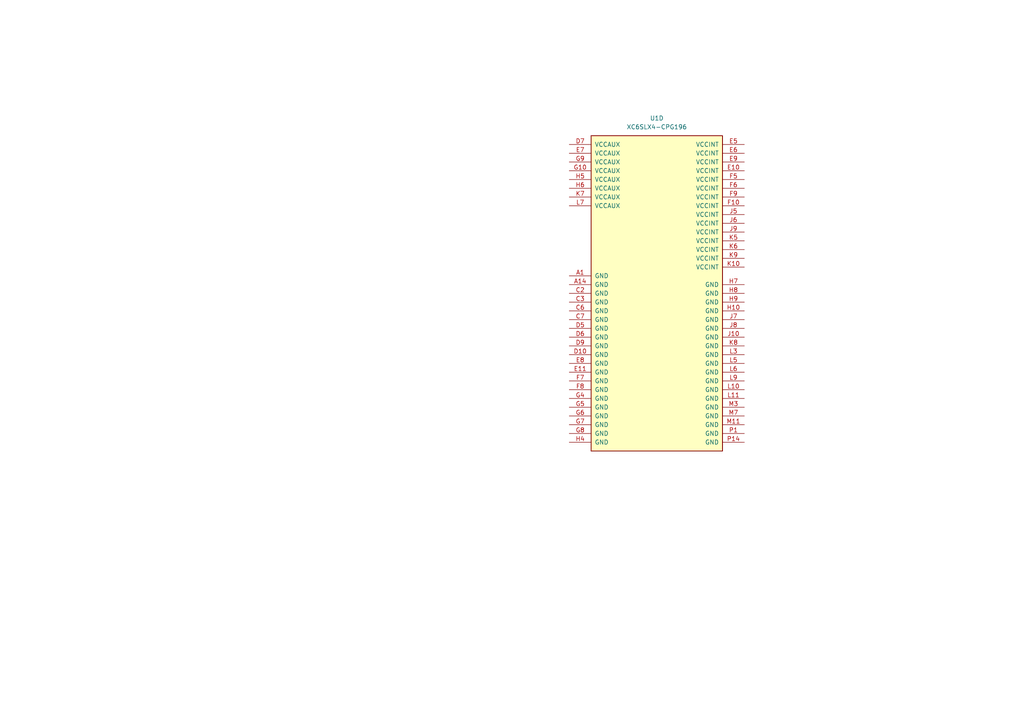
<source format=kicad_sch>
(kicad_sch (version 20230121) (generator eeschema)
  (paper "A4")
  (lib_symbols
    (symbol "FPGA_Xilinx_Spartan6:XC6SLX4-CPG196" (pin_names (offset 1.016))
      (property "Reference" "U" (at 0 1.27 0))
      (property "Value" "XC6SLX4-CPG196" (at 0 -1.27 0))
      (symbol "XC6SLX4-CPG196_1_1"
        (rectangle (start -44.45 36.83) (end 44.45 -43.18) (stroke (width 0.254)) (fill (type background)))
        (pin bidirectional line (at -50.8 -25.4 0) (length 6.35) (name "IO_L63N_SCP6_0") (number "A10"))
        (pin bidirectional line (at -50.8 -30.48 0) (length 6.35) (name "IO_L64N_SCP4_0") (number "A11"))
        (pin bidirectional line (at -50.8 -35.56 0) (length 6.35) (name "IO_L65N_SCP2_0") (number "A12"))
        (pin bidirectional line (at -50.8 20.32 0) (length 6.35) (name "IO_L1N_VREF_0") (number "A2"))
        (pin bidirectional line (at -50.8 15.24 0) (length 6.35) (name "IO_L2N_0") (number "A3"))
        (pin bidirectional line (at -50.8 10.16 0) (length 6.35) (name "IO_L3N_0") (number "A4"))
        (pin bidirectional line (at -50.8 5.08 0) (length 6.35) (name "IO_L4N_0") (number "A5"))
        (pin bidirectional line (at -50.8 0 0) (length 6.35) (name "IO_L34N_GCLK18_0") (number "A6"))
        (pin bidirectional line (at -50.8 -5.08 0) (length 6.35) (name "IO_L35N_GCLK16_0") (number "A7"))
        (pin bidirectional line (at -50.8 -15.24 0) (length 6.35) (name "IO_L37N_GCLK12_0") (number "A8"))
        (pin bidirectional line (at -50.8 -20.32 0) (length 6.35) (name "IO_L62N_VREF_0") (number "A9"))
        (pin bidirectional line (at -50.8 -22.86 0) (length 6.35) (name "IO_L63P_SCP7_0") (number "B10"))
        (pin bidirectional line (at -50.8 -27.94 0) (length 6.35) (name "IO_L64P_SCP5_0") (number "B11"))
        (pin bidirectional line (at -50.8 -33.02 0) (length 6.35) (name "IO_L65P_SCP3_0") (number "B12"))
        (pin bidirectional line (at -50.8 22.86 0) (length 6.35) (name "IO_L1P_HSWAPEN_0") (number "B2"))
        (pin bidirectional line (at -50.8 17.78 0) (length 6.35) (name "IO_L2P_0") (number "B3"))
        (pin bidirectional line (at -50.8 12.7 0) (length 6.35) (name "IO_L3P_0") (number "B4"))
        (pin bidirectional line (at -50.8 7.62 0) (length 6.35) (name "IO_L4P_0") (number "B5"))
        (pin bidirectional line (at -50.8 2.54 0) (length 6.35) (name "IO_L34P_GCLK19_0") (number "B6"))
        (pin bidirectional line (at -50.8 -2.54 0) (length 6.35) (name "IO_L35P_GCLK17_0") (number "B7"))
        (pin bidirectional line (at -50.8 -12.7 0) (length 6.35) (name "IO_L37P_GCLK13_0") (number "B8"))
        (pin bidirectional line (at -50.8 -17.78 0) (length 6.35) (name "IO_L62P_0") (number "B9"))
        (pin power_in line (at -33.02 43.18 270) (length 6.35) (name "VCCO_0") (number "C10"))
        (pin bidirectional line (at -50.8 -40.64 0) (length 6.35) (name "IO_L66N_SCP0_0") (number "C11"))
        (pin bidirectional line (at 50.8 22.86 180) (length 6.35) (name "IO_L1P_1") (number "C12"))
        (pin bidirectional line (at 50.8 20.32 180) (length 6.35) (name "IO_L1N_VREF_1") (number "C13"))
        (pin power_in line (at -40.64 43.18 270) (length 6.35) (name "VCCO_0") (number "C4"))
        (pin power_in line (at -38.1 43.18 270) (length 6.35) (name "VCCO_0") (number "C5"))
        (pin bidirectional line (at -50.8 -10.16 0) (length 6.35) (name "IO_L36N_GCLK14_0") (number "C8"))
        (pin power_in line (at -35.56 43.18 270) (length 6.35) (name "VCCO_0") (number "C9"))
        (pin bidirectional line (at -50.8 -38.1 0) (length 6.35) (name "IO_L66P_SCP1_0") (number "D11"))
        (pin power_in line (at 27.94 43.18 270) (length 6.35) (name "VCCO_1") (number "D12"))
        (pin bidirectional line (at 50.8 17.78 180) (length 6.35) (name "IO_L32P_1") (number "D13"))
        (pin bidirectional line (at 50.8 15.24 180) (length 6.35) (name "IO_L32N_1") (number "D14"))
        (pin bidirectional line (at -50.8 -7.62 0) (length 6.35) (name "IO_L36P_GCLK15_0") (number "D8"))
        (pin power_in line (at 30.48 43.18 270) (length 6.35) (name "VCCO_1") (number "E12"))
        (pin bidirectional line (at 50.8 12.7 180) (length 6.35) (name "IO_L33P_1") (number "E13"))
        (pin bidirectional line (at 50.8 10.16 180) (length 6.35) (name "IO_L33N_1") (number "E14"))
        (pin bidirectional line (at 50.8 7.62 180) (length 6.35) (name "IO_L34P_1") (number "F11"))
        (pin bidirectional line (at 50.8 5.08 180) (length 6.35) (name "IO_L34N_1") (number "F12"))
        (pin bidirectional line (at 50.8 -2.54 180) (length 6.35) (name "IO_L41P_GCLK9_IRDY1_1") (number "F13"))
        (pin bidirectional line (at 50.8 -5.08 180) (length 6.35) (name "IO_L41N_GCLK8_1") (number "F14"))
        (pin power_in line (at 33.02 43.18 270) (length 6.35) (name "VCCO_1") (number "G11"))
        (pin power_in line (at 35.56 43.18 270) (length 6.35) (name "VCCO_1") (number "G12"))
        (pin bidirectional line (at 50.8 2.54 180) (length 6.35) (name "IO_L40P_GCLK11_1") (number "G13"))
        (pin bidirectional line (at 50.8 0 180) (length 6.35) (name "IO_L40N_GCLK10_1") (number "G14"))
        (pin bidirectional line (at 50.8 -12.7 180) (length 6.35) (name "IO_L43P_GCLK5_1") (number "H11"))
        (pin bidirectional line (at 50.8 -15.24 180) (length 6.35) (name "IO_L43N_GCLK4_1") (number "H12"))
        (pin bidirectional line (at 50.8 -7.62 180) (length 6.35) (name "IO_L42P_GCLK7_1") (number "H13"))
        (pin bidirectional line (at 50.8 -10.16 180) (length 6.35) (name "IO_L42N_GCLK6_TRDY1_1") (number "H14"))
        (pin bidirectional line (at 50.8 -22.86 180) (length 6.35) (name "IO_L46P_1") (number "J11"))
        (pin bidirectional line (at 50.8 -25.4 180) (length 6.35) (name "IO_L46N_1") (number "J12"))
        (pin bidirectional line (at 50.8 -17.78 180) (length 6.35) (name "IO_L45P_1") (number "J13"))
        (pin bidirectional line (at 50.8 -20.32 180) (length 6.35) (name "IO_L45N_1") (number "J14"))
        (pin power_in line (at 38.1 43.18 270) (length 6.35) (name "VCCO_1") (number "K11"))
        (pin power_in line (at 40.64 43.18 270) (length 6.35) (name "VCCO_1") (number "K12"))
        (pin bidirectional line (at 50.8 -27.94 180) (length 6.35) (name "IO_L47P_1") (number "K13"))
        (pin bidirectional line (at 50.8 -30.48 180) (length 6.35) (name "IO_L47N_1") (number "K14"))
        (pin bidirectional line (at 50.8 -33.02 180) (length 6.35) (name "IO_L53P_1") (number "L13"))
        (pin bidirectional line (at 50.8 -35.56 180) (length 6.35) (name "IO_L53N_VREF_1") (number "L14"))
        (pin bidirectional line (at 50.8 -38.1 180) (length 6.35) (name "IO_L74P_AWAKE_1") (number "M13"))
        (pin bidirectional line (at 50.8 -40.64 180) (length 6.35) (name "IO_L74N_DOUT_BUSY_1") (number "M14"))
      )
      (symbol "XC6SLX4-CPG196_2_1"
        (rectangle (start -44.45 39.37) (end 44.45 -45.72) (stroke (width 0.254)) (fill (type background)))
        (pin bidirectional line (at 50.8 -38.1 180) (length 6.35) (name "IO_L83N_VREF_3") (number "B1"))
        (pin bidirectional line (at 50.8 -35.56 180) (length 6.35) (name "IO_L83P_3") (number "C1"))
        (pin bidirectional line (at 50.8 -33.02 180) (length 6.35) (name "IO_L52N_3") (number "D1"))
        (pin bidirectional line (at 50.8 -30.48 180) (length 6.35) (name "IO_L52P_3") (number "D2"))
        (pin bidirectional line (at 50.8 -27.94 180) (length 6.35) (name "IO_L51N_3") (number "D3"))
        (pin bidirectional line (at 50.8 -25.4 180) (length 6.35) (name "IO_L51P_3") (number "D4"))
        (pin bidirectional line (at 50.8 -22.86 180) (length 6.35) (name "IO_L50N_3") (number "E1"))
        (pin bidirectional line (at 50.8 -20.32 180) (length 6.35) (name "IO_L50P_3") (number "E2"))
        (pin power_in line (at 27.94 45.72 270) (length 6.35) (name "VCCO_3") (number "E3"))
        (pin power_in line (at 30.48 45.72 270) (length 6.35) (name "VCCO_3") (number "E4"))
        (pin bidirectional line (at 50.8 -12.7 180) (length 6.35) (name "IO_L44N_GCLK20_3") (number "F1"))
        (pin bidirectional line (at 50.8 -10.16 180) (length 6.35) (name "IO_L44P_GCLK21_3") (number "F2"))
        (pin bidirectional line (at 50.8 -17.78 180) (length 6.35) (name "IO_L49N_3") (number "F3"))
        (pin bidirectional line (at 50.8 -15.24 180) (length 6.35) (name "IO_L49P_3") (number "F4"))
        (pin bidirectional line (at 50.8 -2.54 180) (length 6.35) (name "IO_L42N_GCLK24_3") (number "G1"))
        (pin bidirectional line (at 50.8 0 180) (length 6.35) (name "IO_L42P_GCLK25_TRDY2_3") (number "G2"))
        (pin power_in line (at 33.02 45.72 270) (length 6.35) (name "VCCO_3") (number "G3"))
        (pin bidirectional line (at 50.8 -7.62 180) (length 6.35) (name "IO_L43N_GCLK22_IRDY2_3") (number "H1"))
        (pin bidirectional line (at 50.8 -5.08 180) (length 6.35) (name "IO_L43P_GCLK23_3") (number "H2"))
        (pin power_in line (at 35.56 45.72 270) (length 6.35) (name "VCCO_3") (number "H3"))
        (pin bidirectional line (at 50.8 2.54 180) (length 6.35) (name "IO_L41N_GCLK26_3") (number "J1"))
        (pin bidirectional line (at 50.8 5.08 180) (length 6.35) (name "IO_L41P_GCLK27_3") (number "J2"))
        (pin bidirectional line (at 50.8 7.62 180) (length 6.35) (name "IO_L37N_3") (number "J3"))
        (pin bidirectional line (at 50.8 10.16 180) (length 6.35) (name "IO_L37P_3") (number "J4"))
        (pin bidirectional line (at 50.8 12.7 180) (length 6.35) (name "IO_L36N_3") (number "K1"))
        (pin bidirectional line (at 50.8 15.24 180) (length 6.35) (name "IO_L36P_3") (number "K2"))
        (pin power_in line (at 38.1 45.72 270) (length 6.35) (name "VCCO_3") (number "K3"))
        (pin power_in line (at 40.64 45.72 270) (length 6.35) (name "VCCO_3") (number "K4"))
        (pin bidirectional line (at 50.8 17.78 180) (length 6.35) (name "IO_L2N_3") (number "L1"))
        (pin bidirectional line (at 50.8 20.32 180) (length 6.35) (name "IO_L2P_3") (number "L2"))
        (pin bidirectional line (at -50.8 -25.4 0) (length 6.35) (name "IO_L62P_D5_2") (number "L4"))
        (pin bidirectional line (at -50.8 0 0) (length 6.35) (name "IO_L14P_D11_2") (number "L8"))
        (pin bidirectional line (at 50.8 22.86 180) (length 6.35) (name "IO_L1N_VREF_3") (number "M1"))
        (pin power_in line (at -33.02 45.72 270) (length 6.35) (name "VCCO_2") (number "M10"))
        (pin bidirectional line (at 50.8 25.4 180) (length 6.35) (name "IO_L1P_3") (number "M2"))
        (pin bidirectional line (at -50.8 -27.94 0) (length 6.35) (name "IO_L62N_D6_2") (number "M4"))
        (pin power_in line (at -40.64 45.72 270) (length 6.35) (name "VCCO_2") (number "M5"))
        (pin power_in line (at -38.1 45.72 270) (length 6.35) (name "VCCO_2") (number "M6"))
        (pin bidirectional line (at -50.8 -2.54 0) (length 6.35) (name "IO_L14N_D12_2") (number "M8"))
        (pin power_in line (at -35.56 45.72 270) (length 6.35) (name "VCCO_2") (number "M9"))
        (pin bidirectional line (at -50.8 10.16 0) (length 6.35) (name "IO_L12P_D1_MISO2_2") (number "N10"))
        (pin bidirectional line (at -50.8 15.24 0) (length 6.35) (name "IO_L3P_D0_DIN_MISO_MISO1_2") (number "N11"))
        (pin bidirectional line (at -50.8 20.32 0) (length 6.35) (name "IO_L2P_CMPCLK_2") (number "N12"))
        (pin bidirectional line (at -50.8 25.4 0) (length 6.35) (name "IO_L1P_CCLK_2") (number "N13"))
        (pin bidirectional line (at -50.8 -40.64 0) (length 6.35) (name "IO_L65P_INIT_B_2") (number "N2"))
        (pin bidirectional line (at -50.8 -35.56 0) (length 6.35) (name "IO_L64P_D8_2") (number "N3"))
        (pin bidirectional line (at -50.8 -30.48 0) (length 6.35) (name "IO_L63P_2") (number "N4"))
        (pin bidirectional line (at -50.8 -20.32 0) (length 6.35) (name "IO_L49P_D3_2") (number "N5"))
        (pin bidirectional line (at -50.8 -15.24 0) (length 6.35) (name "IO_L48P_D7_2") (number "N6"))
        (pin bidirectional line (at -50.8 -10.16 0) (length 6.35) (name "IO_L31P_GCLK31_D14_2") (number "N7"))
        (pin bidirectional line (at -50.8 -5.08 0) (length 6.35) (name "IO_L30P_GCLK1_D13_2") (number "N8"))
        (pin bidirectional line (at -50.8 5.08 0) (length 6.35) (name "IO_L13P_M1_2") (number "N9"))
        (pin bidirectional line (at -50.8 7.62 0) (length 6.35) (name "IO_L12N_D2_MISO3_2") (number "P10"))
        (pin bidirectional line (at -50.8 12.7 0) (length 6.35) (name "IO_L3N_MOSI_CSI_B_MISO0_2") (number "P11"))
        (pin bidirectional line (at -50.8 17.78 0) (length 6.35) (name "IO_L2N_CMPMOSI_2") (number "P12"))
        (pin bidirectional line (at -50.8 22.86 0) (length 6.35) (name "IO_L1N_M0_CMPMISO_2") (number "P13"))
        (pin bidirectional line (at -50.8 -43.18 0) (length 6.35) (name "IO_L65N_CSO_B_2") (number "P2"))
        (pin bidirectional line (at -50.8 -38.1 0) (length 6.35) (name "IO_L64N_D9_2") (number "P3"))
        (pin bidirectional line (at -50.8 -33.02 0) (length 6.35) (name "IO_L63N_2") (number "P4"))
        (pin bidirectional line (at -50.8 -22.86 0) (length 6.35) (name "IO_L49N_D4_2") (number "P5"))
        (pin bidirectional line (at -50.8 -17.78 0) (length 6.35) (name "IO_L48N_RDWR_B_VREF_2") (number "P6"))
        (pin bidirectional line (at -50.8 -12.7 0) (length 6.35) (name "IO_L31N_GCLK30_D15_2") (number "P7"))
        (pin bidirectional line (at -50.8 -7.62 0) (length 6.35) (name "IO_L30N_GCLK0_USERCCLK_2") (number "P8"))
        (pin bidirectional line (at -50.8 2.54 0) (length 6.35) (name "IO_L13N_D10_2") (number "P9"))
      )
      (symbol "XC6SLX4-CPG196_3_1"
        (rectangle (start -31.75 15.24) (end 31.75 -15.24) (stroke (width 0.254)) (fill (type background)))
        (pin bidirectional line (at 38.1 12.7 180) (length 6.35) (name "TDI") (number "A13"))
        (pin bidirectional line (at 38.1 5.08 180) (length 6.35) (name "TCK") (number "B13"))
        (pin bidirectional line (at 38.1 7.62 180) (length 6.35) (name "TMS") (number "B14"))
        (pin bidirectional line (at 38.1 10.16 180) (length 6.35) (name "TDO") (number "C14"))
        (pin bidirectional line (at 38.1 -7.62 180) (length 6.35) (name "SUSPEND") (number "L12"))
        (pin bidirectional line (at 38.1 -12.7 180) (length 6.35) (name "CMPCS_B_2") (number "M12"))
        (pin bidirectional line (at 38.1 -2.54 180) (length 6.35) (name "PROGRAM_B_2") (number "N1"))
        (pin bidirectional line (at 38.1 0 180) (length 6.35) (name "DONE_2") (number "N14"))
      )
      (symbol "XC6SLX4-CPG196_4_1"
        (rectangle (start -19.05 45.72) (end 19.05 -45.72) (stroke (width 0.254)) (fill (type background)))
        (pin power_in line (at -25.4 5.08 0) (length 6.35) (name "GND") (number "A1"))
        (pin power_in line (at -25.4 2.54 0) (length 6.35) (name "GND") (number "A14"))
        (pin power_in line (at -25.4 0 0) (length 6.35) (name "GND") (number "C2"))
        (pin power_in line (at -25.4 -2.54 0) (length 6.35) (name "GND") (number "C3"))
        (pin power_in line (at -25.4 -5.08 0) (length 6.35) (name "GND") (number "C6"))
        (pin power_in line (at -25.4 -7.62 0) (length 6.35) (name "GND") (number "C7"))
        (pin power_in line (at -25.4 -17.78 0) (length 6.35) (name "GND") (number "D10"))
        (pin power_in line (at -25.4 -10.16 0) (length 6.35) (name "GND") (number "D5"))
        (pin power_in line (at -25.4 -12.7 0) (length 6.35) (name "GND") (number "D6"))
        (pin power_in line (at -25.4 43.18 0) (length 6.35) (name "VCCAUX") (number "D7"))
        (pin power_in line (at -25.4 -15.24 0) (length 6.35) (name "GND") (number "D9"))
        (pin power_in line (at 25.4 35.56 180) (length 6.35) (name "VCCINT") (number "E10"))
        (pin power_in line (at -25.4 -22.86 0) (length 6.35) (name "GND") (number "E11"))
        (pin power_in line (at 25.4 43.18 180) (length 6.35) (name "VCCINT") (number "E5"))
        (pin power_in line (at 25.4 40.64 180) (length 6.35) (name "VCCINT") (number "E6"))
        (pin power_in line (at -25.4 40.64 0) (length 6.35) (name "VCCAUX") (number "E7"))
        (pin power_in line (at -25.4 -20.32 0) (length 6.35) (name "GND") (number "E8"))
        (pin power_in line (at 25.4 38.1 180) (length 6.35) (name "VCCINT") (number "E9"))
        (pin power_in line (at 25.4 25.4 180) (length 6.35) (name "VCCINT") (number "F10"))
        (pin power_in line (at 25.4 33.02 180) (length 6.35) (name "VCCINT") (number "F5"))
        (pin power_in line (at 25.4 30.48 180) (length 6.35) (name "VCCINT") (number "F6"))
        (pin power_in line (at -25.4 -25.4 0) (length 6.35) (name "GND") (number "F7"))
        (pin power_in line (at -25.4 -27.94 0) (length 6.35) (name "GND") (number "F8"))
        (pin power_in line (at 25.4 27.94 180) (length 6.35) (name "VCCINT") (number "F9"))
        (pin power_in line (at -25.4 35.56 0) (length 6.35) (name "VCCAUX") (number "G10"))
        (pin power_in line (at -25.4 -30.48 0) (length 6.35) (name "GND") (number "G4"))
        (pin power_in line (at -25.4 -33.02 0) (length 6.35) (name "GND") (number "G5"))
        (pin power_in line (at -25.4 -35.56 0) (length 6.35) (name "GND") (number "G6"))
        (pin power_in line (at -25.4 -38.1 0) (length 6.35) (name "GND") (number "G7"))
        (pin power_in line (at -25.4 -40.64 0) (length 6.35) (name "GND") (number "G8"))
        (pin power_in line (at -25.4 38.1 0) (length 6.35) (name "VCCAUX") (number "G9"))
        (pin power_in line (at 25.4 -5.08 180) (length 6.35) (name "GND") (number "H10"))
        (pin power_in line (at -25.4 -43.18 0) (length 6.35) (name "GND") (number "H4"))
        (pin power_in line (at -25.4 33.02 0) (length 6.35) (name "VCCAUX") (number "H5"))
        (pin power_in line (at -25.4 30.48 0) (length 6.35) (name "VCCAUX") (number "H6"))
        (pin power_in line (at 25.4 2.54 180) (length 6.35) (name "GND") (number "H7"))
        (pin power_in line (at 25.4 0 180) (length 6.35) (name "GND") (number "H8"))
        (pin power_in line (at 25.4 -2.54 180) (length 6.35) (name "GND") (number "H9"))
        (pin power_in line (at 25.4 -12.7 180) (length 6.35) (name "GND") (number "J10"))
        (pin power_in line (at 25.4 22.86 180) (length 6.35) (name "VCCINT") (number "J5"))
        (pin power_in line (at 25.4 20.32 180) (length 6.35) (name "VCCINT") (number "J6"))
        (pin power_in line (at 25.4 -7.62 180) (length 6.35) (name "GND") (number "J7"))
        (pin power_in line (at 25.4 -10.16 180) (length 6.35) (name "GND") (number "J8"))
        (pin power_in line (at 25.4 17.78 180) (length 6.35) (name "VCCINT") (number "J9"))
        (pin power_in line (at 25.4 7.62 180) (length 6.35) (name "VCCINT") (number "K10"))
        (pin power_in line (at 25.4 15.24 180) (length 6.35) (name "VCCINT") (number "K5"))
        (pin power_in line (at 25.4 12.7 180) (length 6.35) (name "VCCINT") (number "K6"))
        (pin power_in line (at -25.4 27.94 0) (length 6.35) (name "VCCAUX") (number "K7"))
        (pin power_in line (at 25.4 -15.24 180) (length 6.35) (name "GND") (number "K8"))
        (pin power_in line (at 25.4 10.16 180) (length 6.35) (name "VCCINT") (number "K9"))
        (pin power_in line (at 25.4 -27.94 180) (length 6.35) (name "GND") (number "L10"))
        (pin power_in line (at 25.4 -30.48 180) (length 6.35) (name "GND") (number "L11"))
        (pin power_in line (at 25.4 -17.78 180) (length 6.35) (name "GND") (number "L3"))
        (pin power_in line (at 25.4 -20.32 180) (length 6.35) (name "GND") (number "L5"))
        (pin power_in line (at 25.4 -22.86 180) (length 6.35) (name "GND") (number "L6"))
        (pin power_in line (at -25.4 25.4 0) (length 6.35) (name "VCCAUX") (number "L7"))
        (pin power_in line (at 25.4 -25.4 180) (length 6.35) (name "GND") (number "L9"))
        (pin power_in line (at 25.4 -38.1 180) (length 6.35) (name "GND") (number "M11"))
        (pin power_in line (at 25.4 -33.02 180) (length 6.35) (name "GND") (number "M3"))
        (pin power_in line (at 25.4 -35.56 180) (length 6.35) (name "GND") (number "M7"))
        (pin power_in line (at 25.4 -40.64 180) (length 6.35) (name "GND") (number "P1"))
        (pin power_in line (at 25.4 -43.18 180) (length 6.35) (name "GND") (number "P14"))
      )
    )
  )
  (symbol (lib_id "FPGA_Xilinx_Spartan6:XC6SLX4-CPG196") (at 190.5 85.09 0) (unit 4)
    (property "Reference" "U1" (at 190.5 34.29 0))
    (property "Value" "XC6SLX4-CPG196" (at 190.5 36.83 0))
    (property "Footprint" "Package_BGA:Xilinx_CPGA196" (effects hide))
  )
)
</source>
